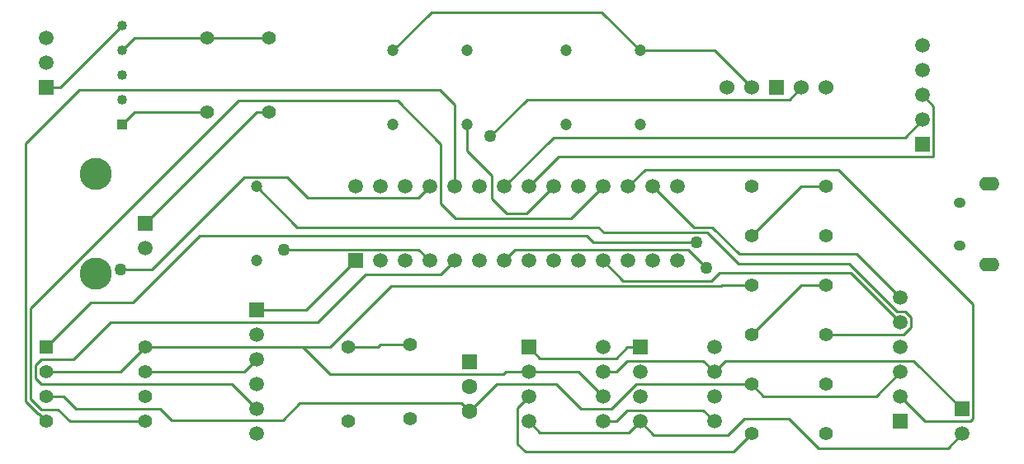
<source format=gbl>
G04 Layer_Physical_Order=2*
G04 Layer_Color=16711680*
%FSLAX24Y24*%
%MOIN*%
G70*
G01*
G75*
%ADD12C,0.0100*%
%ADD13C,0.0550*%
%ADD14R,0.0550X0.0550*%
%ADD15R,0.0591X0.0591*%
%ADD16C,0.0591*%
%ADD17C,0.0400*%
%ADD18R,0.0400X0.0400*%
%ADD19C,0.0600*%
%ADD20R,0.0600X0.0600*%
%ADD21C,0.0551*%
%ADD22R,0.0630X0.0630*%
%ADD23C,0.0630*%
%ADD24R,0.0591X0.0591*%
%ADD25C,0.1299*%
%ADD26O,0.0492X0.0413*%
%ADD27C,0.0472*%
%ADD28C,0.0500*%
%ADD29O,0.0827X0.0551*%
D12*
X13360Y5000D02*
X14460D01*
X33500Y11500D02*
X34500D01*
X31500Y9500D02*
X33500Y11500D01*
X3000Y4000D02*
X6000D01*
X7000Y5000D01*
X33500Y7500D02*
X34500D01*
X31500Y5500D02*
X33500Y7500D01*
X39420Y920D02*
X40000Y1500D01*
X34210Y920D02*
X39420D01*
X33000Y2130D02*
X34210Y920D01*
X31210Y2130D02*
X33000D01*
X30540Y1460D02*
X31210Y2130D01*
X27540Y1460D02*
X30540D01*
X27000Y2000D02*
X27540Y1460D01*
X22500Y2000D02*
X22950Y1550D01*
X26550D01*
X27000Y2000D01*
X38050Y4450D02*
X40000Y2500D01*
X30450Y4450D02*
X38050D01*
X30000Y4000D02*
X30450Y4450D01*
X25500Y4000D02*
X26020D01*
X26470Y4450D01*
X29550D01*
X30000Y4000D01*
X26480Y5000D02*
X27000D01*
X26030Y4550D02*
X26480Y5000D01*
X22950Y4550D02*
X26030D01*
X22500Y5000D02*
X22950Y4550D01*
X25500Y2000D02*
X26020D01*
X26470Y2450D01*
X29550D01*
X30000Y2000D01*
X7000Y4000D02*
X11000D01*
X11500Y4500D01*
X6570Y17500D02*
X9500D01*
X6070Y17000D02*
X6570Y17500D01*
Y14500D02*
X9500D01*
X6070Y14000D02*
X6570Y14500D01*
X3000Y3000D02*
X3690D01*
X4190Y2500D01*
X7610D01*
X8060Y2050D01*
X12560D01*
X13250Y2740D01*
X19760D01*
X20100Y2400D01*
X31500Y3500D02*
X31970Y3030D01*
X36530D01*
X37500Y4000D01*
X21500Y11500D02*
X23490Y13490D01*
X37690D01*
X38400Y14200D01*
X22500Y11500D02*
X23710Y12710D01*
X38850D01*
Y14750D01*
X38400Y15200D02*
X38850Y14750D01*
X33030Y15030D02*
X33500Y15500D01*
X22420Y15030D02*
X33030D01*
X20950Y13560D02*
X22420Y15030D01*
X28950Y8950D02*
X29680Y8220D01*
X21950Y8950D02*
X28950D01*
X21500Y8500D02*
X21950Y8950D01*
X7000Y10000D02*
X11500Y14500D01*
X12000D01*
X26500Y11500D02*
X27190Y12190D01*
X35000D01*
X40450Y6740D01*
Y2100D02*
Y6740D01*
X40350Y2000D02*
X40450Y2100D01*
X38500Y2000D02*
X40350D01*
X37500Y3000D02*
X38500Y2000D01*
X35500Y8000D02*
X37500Y6000D01*
X30192Y8000D02*
X35500D01*
X29882Y7690D02*
X30192Y8000D01*
X26310Y7690D02*
X29882D01*
X25500Y8500D02*
X26310Y7690D01*
X35731Y8769D02*
X37500Y7000D01*
X30990Y8769D02*
X35731D01*
X29911Y9848D02*
X30990Y8769D01*
X29152Y9848D02*
X29911D01*
X27500Y11500D02*
X29152Y9848D01*
X10490Y3510D02*
X11500Y2500D01*
X2810Y3510D02*
X10490D01*
X2570Y3750D02*
X2810Y3510D01*
X2570Y3750D02*
Y4270D01*
X2800Y4500D01*
X4090D01*
X5610Y6020D01*
X13960D01*
X15890Y7950D01*
X18950D01*
X19500Y8500D01*
X18050Y11050D02*
X18500Y11500D01*
X13560Y11050D02*
X18050D01*
X12720Y11890D02*
X13560Y11050D01*
X11000Y11890D02*
X12720D01*
X7260Y8150D02*
X11000Y11890D01*
X6000Y8150D02*
X7260D01*
X34500Y5500D02*
X37650D01*
X37950Y5800D01*
Y6200D01*
X37700Y6450D02*
X37950Y6200D01*
X37360Y6450D02*
X37700D01*
X35430Y8380D02*
X37360Y6450D01*
X30960Y8380D02*
X35430D01*
X29700Y9640D02*
X30960Y8380D01*
X25530Y9640D02*
X29700D01*
X25310Y9860D02*
X25530Y9640D01*
X13140Y9860D02*
X25310D01*
X11500Y11500D02*
X13140Y9860D01*
X3000Y5000D02*
X4800Y6800D01*
X6490D01*
X9200Y9510D01*
X24820D01*
X25090Y9240D01*
X29280D01*
X22400Y10400D02*
X23500Y11500D01*
X21600Y10400D02*
X22400D01*
X21000Y11000D02*
X21600Y10400D01*
X21000Y11000D02*
Y11950D01*
X20000Y12950D02*
X21000Y11950D01*
X20000Y12950D02*
Y14000D01*
X3960Y2000D02*
X7000D01*
X3480Y2480D02*
X3960Y2000D01*
X2800Y2480D02*
X3480D01*
X2370Y2910D02*
X2800Y2480D01*
X2370Y2910D02*
Y6570D01*
X10770Y14970D01*
X17210D01*
X18950Y13230D01*
Y10800D02*
Y13230D01*
Y10800D02*
X19550Y10200D01*
X24200D01*
X25500Y11500D01*
X30290Y7500D02*
X31500D01*
X30280Y7490D02*
X30290Y7500D01*
X16950Y7490D02*
X30280D01*
X14460Y5000D02*
X16950Y7490D01*
X2690Y2310D02*
X3000Y2000D01*
X2660Y2310D02*
X2690D01*
X2170Y2800D02*
X2660Y2310D01*
X2170Y2800D02*
Y13250D01*
X4330Y15410D01*
X18890D01*
X19500Y14800D01*
Y11500D02*
Y14800D01*
X30780Y780D02*
X31500Y1500D01*
X22360Y780D02*
X30780D01*
X22050Y1090D02*
X22360Y780D01*
X22050Y1090D02*
Y2550D01*
X22500Y3000D01*
X18050Y8950D02*
X18500Y8500D01*
X12590Y8950D02*
X18050D01*
X11500Y6500D02*
X13500D01*
X15500Y8500D01*
X22500Y4000D02*
X24500D01*
X25500Y3000D01*
X3570Y15500D02*
X6070Y18000D01*
X3000Y15500D02*
X3570D01*
X27000Y17000D02*
X30000D01*
X31500Y15500D01*
X20100Y2400D02*
X21200Y3500D01*
X23600D01*
X24600Y2500D01*
X25850D01*
X26850Y3500D01*
X31500D01*
X21580Y4000D02*
X22500D01*
X21480Y3900D02*
X21580Y4000D01*
X14460Y3900D02*
X21480D01*
X13360Y5000D02*
X14460Y3900D01*
X7000Y5000D02*
X13360D01*
X17000Y17000D02*
X18560Y18560D01*
X25440D01*
X27000Y17000D01*
X9500Y17500D02*
X12000D01*
X16500Y5100D02*
X17700D01*
X16400Y5000D02*
X16500Y5100D01*
X15200Y5000D02*
X16400D01*
D13*
X7000Y2000D02*
D03*
Y3000D02*
D03*
Y4000D02*
D03*
Y5000D02*
D03*
X3000Y2000D02*
D03*
Y3000D02*
D03*
Y4000D02*
D03*
D14*
Y5000D02*
D03*
D15*
X11500Y6500D02*
D03*
X38400Y13200D02*
D03*
X15500Y8500D02*
D03*
X37500Y2000D02*
D03*
X3000Y15500D02*
D03*
X40000Y2500D02*
D03*
D16*
X11500Y5500D02*
D03*
Y4500D02*
D03*
Y3500D02*
D03*
Y2500D02*
D03*
Y1500D02*
D03*
X38400Y17200D02*
D03*
Y16200D02*
D03*
Y15200D02*
D03*
Y14200D02*
D03*
X16500Y8500D02*
D03*
X17500D02*
D03*
X18500D02*
D03*
X19500D02*
D03*
X20500D02*
D03*
X21500D02*
D03*
X22500D02*
D03*
X23500D02*
D03*
X24500D02*
D03*
X25500D02*
D03*
X26500D02*
D03*
X27500D02*
D03*
X28500D02*
D03*
X15500Y11500D02*
D03*
X16500D02*
D03*
X17500D02*
D03*
X18500D02*
D03*
X19500D02*
D03*
X20500D02*
D03*
X21500D02*
D03*
X22500D02*
D03*
X23500D02*
D03*
X24500D02*
D03*
X25500D02*
D03*
X26500D02*
D03*
X27500D02*
D03*
X28500D02*
D03*
X7000Y9016D02*
D03*
X37500Y3000D02*
D03*
Y4000D02*
D03*
Y5000D02*
D03*
Y6000D02*
D03*
Y7000D02*
D03*
X3000Y17500D02*
D03*
Y16500D02*
D03*
X25500Y2000D02*
D03*
Y3000D02*
D03*
Y4000D02*
D03*
Y5000D02*
D03*
X22500Y2000D02*
D03*
Y3000D02*
D03*
Y4000D02*
D03*
X40000Y1500D02*
D03*
X30000Y2000D02*
D03*
Y3000D02*
D03*
Y4000D02*
D03*
Y5000D02*
D03*
X27000Y2000D02*
D03*
Y3000D02*
D03*
Y4000D02*
D03*
D17*
X6070Y18000D02*
D03*
Y17000D02*
D03*
Y16000D02*
D03*
Y15000D02*
D03*
D18*
Y14000D02*
D03*
D19*
X30500Y15500D02*
D03*
X31500D02*
D03*
X33500D02*
D03*
X34500D02*
D03*
D20*
X32500D02*
D03*
D21*
X17700Y2100D02*
D03*
Y5100D02*
D03*
X15200Y2000D02*
D03*
Y5000D02*
D03*
X12000Y14500D02*
D03*
Y17500D02*
D03*
X9500D02*
D03*
Y14500D02*
D03*
X34500Y11500D02*
D03*
X31500D02*
D03*
X34500Y9500D02*
D03*
X31500D02*
D03*
X34500Y7500D02*
D03*
X31500D02*
D03*
X34500Y5500D02*
D03*
X31500D02*
D03*
X34500Y3500D02*
D03*
X31500D02*
D03*
X34500Y1500D02*
D03*
X31500D02*
D03*
D22*
X20100Y4400D02*
D03*
D23*
Y3400D02*
D03*
Y2400D02*
D03*
D24*
X7000Y10000D02*
D03*
X22500Y5000D02*
D03*
X27000D02*
D03*
D25*
X4992Y7992D02*
D03*
Y12008D02*
D03*
D26*
X39902Y9112D02*
D03*
Y10864D02*
D03*
D27*
X20000Y17000D02*
D03*
X17000D02*
D03*
X24000D02*
D03*
X27000D02*
D03*
X11500Y8500D02*
D03*
Y11500D02*
D03*
X20000Y14000D02*
D03*
X17000D02*
D03*
X24000D02*
D03*
X27000D02*
D03*
D28*
X20950Y13560D02*
D03*
X29680Y8220D02*
D03*
X6000Y8150D02*
D03*
X29280Y9240D02*
D03*
X12590Y8950D02*
D03*
D29*
X41104Y11632D02*
D03*
Y8344D02*
D03*
M02*

</source>
